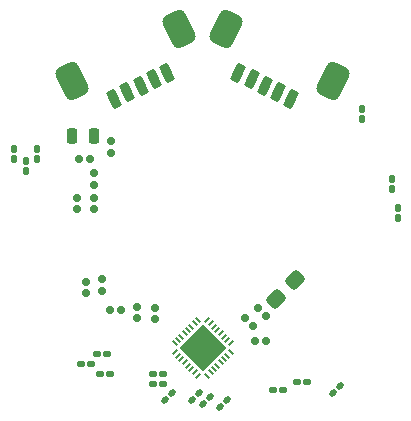
<source format=gbp>
G04*
G04 #@! TF.GenerationSoftware,Altium Limited,Altium Designer,21.9.2 (33)*
G04*
G04 Layer_Color=128*
%FSLAX25Y25*%
%MOIN*%
G70*
G04*
G04 #@! TF.SameCoordinates,E2134F64-58B9-40C7-9104-C69D01245961*
G04*
G04*
G04 #@! TF.FilePolarity,Positive*
G04*
G01*
G75*
G04:AMPARAMS|DCode=53|XSize=59.06mil|YSize=48.42mil|CornerRadius=12.11mil|HoleSize=0mil|Usage=FLASHONLY|Rotation=225.000|XOffset=0mil|YOffset=0mil|HoleType=Round|Shape=RoundedRectangle|*
%AMROUNDEDRECTD53*
21,1,0.05906,0.02421,0,0,225.0*
21,1,0.03484,0.04842,0,0,225.0*
1,1,0.02421,-0.02088,-0.00376*
1,1,0.02421,0.00376,0.02088*
1,1,0.02421,0.02088,0.00376*
1,1,0.02421,-0.00376,-0.02088*
%
%ADD53ROUNDEDRECTD53*%
G04:AMPARAMS|DCode=57|XSize=24.5mil|YSize=26mil|CornerRadius=6.13mil|HoleSize=0mil|Usage=FLASHONLY|Rotation=180.000|XOffset=0mil|YOffset=0mil|HoleType=Round|Shape=RoundedRectangle|*
%AMROUNDEDRECTD57*
21,1,0.02450,0.01375,0,0,180.0*
21,1,0.01225,0.02600,0,0,180.0*
1,1,0.01225,-0.00613,0.00688*
1,1,0.01225,0.00613,0.00688*
1,1,0.01225,0.00613,-0.00688*
1,1,0.01225,-0.00613,-0.00688*
%
%ADD57ROUNDEDRECTD57*%
G04:AMPARAMS|DCode=58|XSize=23.62mil|YSize=21.65mil|CornerRadius=5.41mil|HoleSize=0mil|Usage=FLASHONLY|Rotation=270.000|XOffset=0mil|YOffset=0mil|HoleType=Round|Shape=RoundedRectangle|*
%AMROUNDEDRECTD58*
21,1,0.02362,0.01083,0,0,270.0*
21,1,0.01280,0.02165,0,0,270.0*
1,1,0.01083,-0.00541,-0.00640*
1,1,0.01083,-0.00541,0.00640*
1,1,0.01083,0.00541,0.00640*
1,1,0.01083,0.00541,-0.00640*
%
%ADD58ROUNDEDRECTD58*%
G04:AMPARAMS|DCode=59|XSize=8.66mil|YSize=25.2mil|CornerRadius=0mil|HoleSize=0mil|Usage=FLASHONLY|Rotation=45.000|XOffset=0mil|YOffset=0mil|HoleType=Round|Shape=Round|*
%AMOVALD59*
21,1,0.01654,0.00866,0.00000,0.00000,135.0*
1,1,0.00866,0.00585,-0.00585*
1,1,0.00866,-0.00585,0.00585*
%
%ADD59OVALD59*%

G04:AMPARAMS|DCode=60|XSize=8.66mil|YSize=25.2mil|CornerRadius=0mil|HoleSize=0mil|Usage=FLASHONLY|Rotation=135.000|XOffset=0mil|YOffset=0mil|HoleType=Round|Shape=Round|*
%AMOVALD60*
21,1,0.01654,0.00866,0.00000,0.00000,225.0*
1,1,0.00866,0.00585,0.00585*
1,1,0.00866,-0.00585,-0.00585*
%
%ADD60OVALD60*%

%ADD61P,0.15590X4X180.0*%
G04:AMPARAMS|DCode=62|XSize=31.5mil|YSize=62.99mil|CornerRadius=7.87mil|HoleSize=0mil|Usage=FLASHONLY|Rotation=26.000|XOffset=0mil|YOffset=0mil|HoleType=Round|Shape=RoundedRectangle|*
%AMROUNDEDRECTD62*
21,1,0.03150,0.04724,0,0,26.0*
21,1,0.01575,0.06299,0,0,26.0*
1,1,0.01575,0.01743,-0.01778*
1,1,0.01575,0.00328,-0.02468*
1,1,0.01575,-0.01743,0.01778*
1,1,0.01575,-0.00328,0.02468*
%
%ADD62ROUNDEDRECTD62*%
G04:AMPARAMS|DCode=63|XSize=82.68mil|YSize=118.11mil|CornerRadius=20.67mil|HoleSize=0mil|Usage=FLASHONLY|Rotation=26.000|XOffset=0mil|YOffset=0mil|HoleType=Round|Shape=RoundedRectangle|*
%AMROUNDEDRECTD63*
21,1,0.08268,0.07677,0,0,26.0*
21,1,0.04134,0.11811,0,0,26.0*
1,1,0.04134,0.03541,-0.02544*
1,1,0.04134,-0.00175,-0.04356*
1,1,0.04134,-0.03541,0.02544*
1,1,0.04134,0.00175,0.04356*
%
%ADD63ROUNDEDRECTD63*%
G04:AMPARAMS|DCode=64|XSize=36mil|YSize=51mil|CornerRadius=9mil|HoleSize=0mil|Usage=FLASHONLY|Rotation=180.000|XOffset=0mil|YOffset=0mil|HoleType=Round|Shape=RoundedRectangle|*
%AMROUNDEDRECTD64*
21,1,0.03600,0.03300,0,0,180.0*
21,1,0.01800,0.05100,0,0,180.0*
1,1,0.01800,-0.00900,0.01650*
1,1,0.01800,0.00900,0.01650*
1,1,0.01800,0.00900,-0.01650*
1,1,0.01800,-0.00900,-0.01650*
%
%ADD64ROUNDEDRECTD64*%
G04:AMPARAMS|DCode=65|XSize=24.5mil|YSize=26mil|CornerRadius=6.13mil|HoleSize=0mil|Usage=FLASHONLY|Rotation=270.000|XOffset=0mil|YOffset=0mil|HoleType=Round|Shape=RoundedRectangle|*
%AMROUNDEDRECTD65*
21,1,0.02450,0.01375,0,0,270.0*
21,1,0.01225,0.02600,0,0,270.0*
1,1,0.01225,-0.00688,-0.00613*
1,1,0.01225,-0.00688,0.00613*
1,1,0.01225,0.00688,0.00613*
1,1,0.01225,0.00688,-0.00613*
%
%ADD65ROUNDEDRECTD65*%
G04:AMPARAMS|DCode=66|XSize=24.5mil|YSize=26mil|CornerRadius=6.13mil|HoleSize=0mil|Usage=FLASHONLY|Rotation=315.000|XOffset=0mil|YOffset=0mil|HoleType=Round|Shape=RoundedRectangle|*
%AMROUNDEDRECTD66*
21,1,0.02450,0.01375,0,0,315.0*
21,1,0.01225,0.02600,0,0,315.0*
1,1,0.01225,-0.00053,-0.00919*
1,1,0.01225,-0.00919,-0.00053*
1,1,0.01225,0.00053,0.00919*
1,1,0.01225,0.00919,0.00053*
%
%ADD66ROUNDEDRECTD66*%
G04:AMPARAMS|DCode=67|XSize=82.68mil|YSize=118.11mil|CornerRadius=20.67mil|HoleSize=0mil|Usage=FLASHONLY|Rotation=154.000|XOffset=0mil|YOffset=0mil|HoleType=Round|Shape=RoundedRectangle|*
%AMROUNDEDRECTD67*
21,1,0.08268,0.07677,0,0,154.0*
21,1,0.04134,0.11811,0,0,154.0*
1,1,0.04134,-0.00175,0.04356*
1,1,0.04134,0.03541,0.02544*
1,1,0.04134,0.00175,-0.04356*
1,1,0.04134,-0.03541,-0.02544*
%
%ADD67ROUNDEDRECTD67*%
G04:AMPARAMS|DCode=68|XSize=31.5mil|YSize=62.99mil|CornerRadius=7.87mil|HoleSize=0mil|Usage=FLASHONLY|Rotation=334.000|XOffset=0mil|YOffset=0mil|HoleType=Round|Shape=RoundedRectangle|*
%AMROUNDEDRECTD68*
21,1,0.03150,0.04724,0,0,334.0*
21,1,0.01575,0.06299,0,0,334.0*
1,1,0.01575,-0.00328,-0.02468*
1,1,0.01575,-0.01743,-0.01778*
1,1,0.01575,0.00328,0.02468*
1,1,0.01575,0.01743,0.01778*
%
%ADD68ROUNDEDRECTD68*%
G04:AMPARAMS|DCode=69|XSize=24.5mil|YSize=26mil|CornerRadius=6.13mil|HoleSize=0mil|Usage=FLASHONLY|Rotation=270.000|XOffset=0mil|YOffset=0mil|HoleType=Round|Shape=RoundedRectangle|*
%AMROUNDEDRECTD69*
21,1,0.02450,0.01375,0,0,270.0*
21,1,0.01225,0.02600,0,0,270.0*
1,1,0.01225,-0.00688,-0.00613*
1,1,0.01225,-0.00688,0.00613*
1,1,0.01225,0.00688,0.00613*
1,1,0.01225,0.00688,-0.00613*
%
%ADD69ROUNDEDRECTD69*%
G04:AMPARAMS|DCode=70|XSize=24.5mil|YSize=26mil|CornerRadius=6.13mil|HoleSize=0mil|Usage=FLASHONLY|Rotation=270.000|XOffset=0mil|YOffset=0mil|HoleType=Round|Shape=RoundedRectangle|*
%AMROUNDEDRECTD70*
21,1,0.02450,0.01375,0,0,270.0*
21,1,0.01225,0.02600,0,0,270.0*
1,1,0.01225,-0.00688,-0.00613*
1,1,0.01225,-0.00688,0.00613*
1,1,0.01225,0.00688,0.00613*
1,1,0.01225,0.00688,-0.00613*
%
%ADD70ROUNDEDRECTD70*%
G04:AMPARAMS|DCode=71|XSize=23.62mil|YSize=21.65mil|CornerRadius=5.41mil|HoleSize=0mil|Usage=FLASHONLY|Rotation=0.000|XOffset=0mil|YOffset=0mil|HoleType=Round|Shape=RoundedRectangle|*
%AMROUNDEDRECTD71*
21,1,0.02362,0.01083,0,0,0.0*
21,1,0.01280,0.02165,0,0,0.0*
1,1,0.01083,0.00640,-0.00541*
1,1,0.01083,-0.00640,-0.00541*
1,1,0.01083,-0.00640,0.00541*
1,1,0.01083,0.00640,0.00541*
%
%ADD71ROUNDEDRECTD71*%
G04:AMPARAMS|DCode=72|XSize=23.62mil|YSize=21.65mil|CornerRadius=5.41mil|HoleSize=0mil|Usage=FLASHONLY|Rotation=45.000|XOffset=0mil|YOffset=0mil|HoleType=Round|Shape=RoundedRectangle|*
%AMROUNDEDRECTD72*
21,1,0.02362,0.01083,0,0,45.0*
21,1,0.01280,0.02165,0,0,45.0*
1,1,0.01083,0.00835,0.00070*
1,1,0.01083,-0.00070,-0.00835*
1,1,0.01083,-0.00835,-0.00070*
1,1,0.01083,0.00070,0.00835*
%
%ADD72ROUNDEDRECTD72*%
D53*
X30760Y-22389D02*
D03*
X24358Y-28792D02*
D03*
D57*
X17391Y-42520D02*
D03*
X21191Y-42520D02*
D03*
X-27216Y-32180D02*
D03*
X-31016D02*
D03*
X-41270Y18110D02*
D03*
X-37470Y18110D02*
D03*
D58*
X53150Y34744D02*
D03*
Y31398D02*
D03*
X-55118Y21358D02*
D03*
Y18012D02*
D03*
X-59055Y17421D02*
D03*
Y14075D02*
D03*
X-62992Y21358D02*
D03*
Y18012D02*
D03*
X64961Y1673D02*
D03*
Y-1673D02*
D03*
X62992Y11516D02*
D03*
Y8169D02*
D03*
D59*
X9312Y-46399D02*
D03*
X8199Y-47513D02*
D03*
X3744Y-51967D02*
D03*
X2631Y-53080D02*
D03*
X1517Y-54194D02*
D03*
X-9312Y-43365D02*
D03*
X-8198Y-42251D02*
D03*
X-7085Y-41137D02*
D03*
X-5971Y-40024D02*
D03*
X-4858Y-38910D02*
D03*
X-3744Y-37797D02*
D03*
X-2631Y-36683D02*
D03*
X-1517Y-35570D02*
D03*
X7085Y-48626D02*
D03*
X5971Y-49740D02*
D03*
X4858Y-50853D02*
D03*
D60*
X-1517Y-54194D02*
D03*
X-2631Y-53080D02*
D03*
X-3744Y-51967D02*
D03*
X-4858Y-50853D02*
D03*
X-5971Y-49740D02*
D03*
X-7085Y-48626D02*
D03*
X-8199Y-47513D02*
D03*
X-9312Y-46399D02*
D03*
X1517Y-35570D02*
D03*
X2631Y-36683D02*
D03*
X3744Y-37797D02*
D03*
X4858Y-38910D02*
D03*
X5971Y-40024D02*
D03*
X7085Y-41138D02*
D03*
X8199Y-42251D02*
D03*
X9312Y-43365D02*
D03*
D61*
X0Y-44882D02*
D03*
D62*
X-29557Y38148D02*
D03*
X-25134Y40305D02*
D03*
X-20710Y42463D02*
D03*
X-16287Y44620D02*
D03*
X-11864Y46777D02*
D03*
D63*
X-43585Y44009D02*
D03*
X-7846Y61440D02*
D03*
D64*
X-43464Y25591D02*
D03*
X-36064Y25591D02*
D03*
D65*
X-36220Y5049D02*
D03*
X-36220Y1250D02*
D03*
X-41732Y1250D02*
D03*
X-41732Y5050D02*
D03*
X-15748Y-35266D02*
D03*
X-15748Y-31466D02*
D03*
X-33465Y-25916D02*
D03*
X-33465Y-22116D02*
D03*
X-38976Y-26703D02*
D03*
X-38976Y-22903D02*
D03*
X-36220Y9517D02*
D03*
Y13317D02*
D03*
D66*
X21029Y-34414D02*
D03*
X18341Y-31727D02*
D03*
X16698Y-37564D02*
D03*
X14011Y-34877D02*
D03*
D67*
X43585Y44009D02*
D03*
X7846Y61440D02*
D03*
D68*
X29557Y38148D02*
D03*
X25133Y40306D02*
D03*
X20710Y42463D02*
D03*
X16287Y44620D02*
D03*
X11864Y46777D02*
D03*
D69*
X-22047Y-31269D02*
D03*
X-22047Y-35069D02*
D03*
D70*
X-30708Y23947D02*
D03*
X-30709Y20147D02*
D03*
D71*
X-35240Y-46966D02*
D03*
X-31894D02*
D03*
X-40687Y-50259D02*
D03*
X-37341D02*
D03*
X-34308Y-53760D02*
D03*
X-30961D02*
D03*
X-16628Y-53614D02*
D03*
X-13282D02*
D03*
X-16634Y-57087D02*
D03*
X-13287D02*
D03*
X26940Y-59028D02*
D03*
X23594D02*
D03*
X34744Y-56299D02*
D03*
X31398D02*
D03*
D72*
X-12600Y-62207D02*
D03*
X-10234Y-59841D02*
D03*
X-3545Y-62207D02*
D03*
X-1179Y-59841D02*
D03*
X96Y-63782D02*
D03*
X2463Y-61415D02*
D03*
X5707Y-64569D02*
D03*
X8073Y-62203D02*
D03*
X45671Y-57478D02*
D03*
X43305Y-59845D02*
D03*
M02*

</source>
